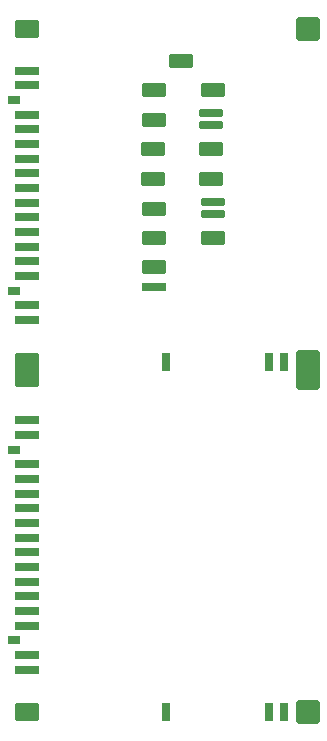
<source format=gtp>
%TF.GenerationSoftware,KiCad,Pcbnew,9.0.3*%
%TF.CreationDate,2026-01-26T00:41:47+02:00*%
%TF.ProjectId,SDCards,53444361-7264-4732-9e6b-696361645f70,rev?*%
%TF.SameCoordinates,Original*%
%TF.FileFunction,Paste,Top*%
%TF.FilePolarity,Positive*%
%FSLAX46Y46*%
G04 Gerber Fmt 4.6, Leading zero omitted, Abs format (unit mm)*
G04 Created by KiCad (PCBNEW 9.0.3) date 2026-01-26 00:41:47*
%MOMM*%
%LPD*%
G01*
G04 APERTURE LIST*
G04 Aperture macros list*
%AMRoundRect*
0 Rectangle with rounded corners*
0 $1 Rounding radius*
0 $2 $3 $4 $5 $6 $7 $8 $9 X,Y pos of 4 corners*
0 Add a 4 corners polygon primitive as box body*
4,1,4,$2,$3,$4,$5,$6,$7,$8,$9,$2,$3,0*
0 Add four circle primitives for the rounded corners*
1,1,$1+$1,$2,$3*
1,1,$1+$1,$4,$5*
1,1,$1+$1,$6,$7*
1,1,$1+$1,$8,$9*
0 Add four rect primitives between the rounded corners*
20,1,$1+$1,$2,$3,$4,$5,0*
20,1,$1+$1,$4,$5,$6,$7,0*
20,1,$1+$1,$6,$7,$8,$9,0*
20,1,$1+$1,$8,$9,$2,$3,0*%
G04 Aperture macros list end*
%ADD10RoundRect,0.160000X0.840000X-0.640000X0.840000X0.640000X-0.840000X0.640000X-0.840000X-0.640000X0*%
%ADD11RoundRect,0.070000X0.280000X-0.730000X0.280000X0.730000X-0.280000X0.730000X-0.280000X-0.730000X0*%
%ADD12RoundRect,0.200000X0.800000X-0.800000X0.800000X0.800000X-0.800000X0.800000X-0.800000X-0.800000X0*%
%ADD13RoundRect,0.070000X0.930000X-0.280000X0.930000X0.280000X-0.930000X0.280000X-0.930000X-0.280000X0*%
%ADD14RoundRect,0.070000X0.430000X-0.280000X0.430000X0.280000X-0.430000X0.280000X-0.430000X-0.280000X0*%
%ADD15RoundRect,0.120000X0.880000X-0.480000X0.880000X0.480000X-0.880000X0.480000X-0.880000X-0.480000X0*%
%ADD16RoundRect,0.060000X0.940000X-0.240000X0.940000X0.240000X-0.940000X0.240000X-0.940000X-0.240000X0*%
G04 APERTURE END LIST*
D10*
%TO.C,J3*%
X71880000Y-123350000D03*
D11*
X83680000Y-123350000D03*
X92400000Y-123350000D03*
X93630000Y-123350000D03*
D12*
X95650000Y-123350000D03*
D13*
X71880000Y-119800000D03*
X71880000Y-118560000D03*
D14*
X70770000Y-117320000D03*
D13*
X71880000Y-116070000D03*
X71880000Y-114830000D03*
X71880000Y-113590000D03*
X71880000Y-112350000D03*
X71880000Y-111110000D03*
X71880000Y-109870000D03*
X71880000Y-108630000D03*
X71880000Y-107390000D03*
X71880000Y-106150000D03*
X71880000Y-104910000D03*
X71880000Y-103670000D03*
X71880000Y-102430000D03*
D14*
X70790000Y-101180000D03*
D13*
X71880000Y-99930000D03*
X71880000Y-98690000D03*
D10*
X71900000Y-95150000D03*
D12*
X95670000Y-95150000D03*
%TD*%
D13*
%TO.C,J2*%
X82645000Y-87392473D03*
D15*
X82645000Y-85692473D03*
X82645000Y-83267473D03*
X87615000Y-83262473D03*
D16*
X87615000Y-81222473D03*
D15*
X82645000Y-80767473D03*
D16*
X87615000Y-80247473D03*
D15*
X82545000Y-78257473D03*
X87515000Y-78252473D03*
X82545000Y-75757473D03*
X87515000Y-75752473D03*
D16*
X87515000Y-73687473D03*
D15*
X82645000Y-73267473D03*
D16*
X87515000Y-72712473D03*
D15*
X82645000Y-70767473D03*
X87615000Y-70762473D03*
X84945000Y-68267473D03*
%TD*%
D10*
%TO.C,J1*%
X71880000Y-93750000D03*
D11*
X83680000Y-93750000D03*
X92400000Y-93750000D03*
X93630000Y-93750000D03*
D12*
X95650000Y-93750000D03*
D13*
X71880000Y-90200000D03*
X71880000Y-88960000D03*
D14*
X70770000Y-87720000D03*
D13*
X71880000Y-86470000D03*
X71880000Y-85230000D03*
X71880000Y-83990000D03*
X71880000Y-82750000D03*
X71880000Y-81510000D03*
X71880000Y-80270000D03*
X71880000Y-79030000D03*
X71880000Y-77790000D03*
X71880000Y-76550000D03*
X71880000Y-75310000D03*
X71880000Y-74070000D03*
X71880000Y-72830000D03*
D14*
X70790000Y-71580000D03*
D13*
X71880000Y-70330000D03*
X71880000Y-69090000D03*
D10*
X71900000Y-65550000D03*
D12*
X95670000Y-65550000D03*
%TD*%
M02*

</source>
